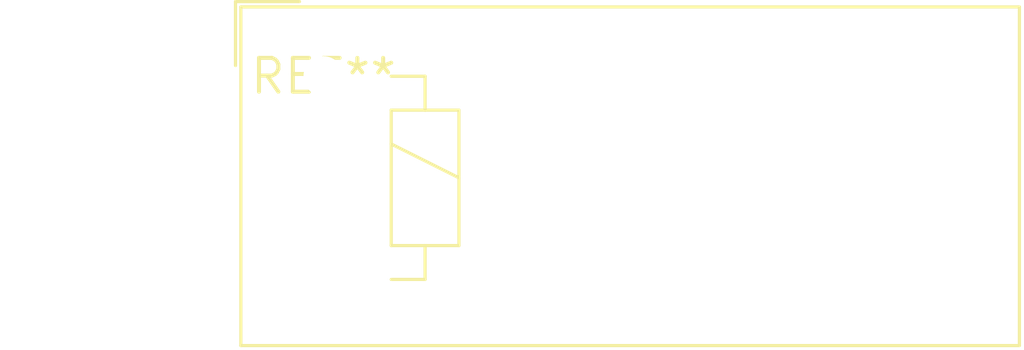
<source format=kicad_pcb>
(kicad_pcb (version 20240108) (generator pcbnew)
  (layers (0 "F.Cu" signal) (31 "B.Cu" signal) (34 "B.Paste" user) (35 "F.Paste" user) (36 "B.SilkS" user "B.Silkscreen") (37 "F.SilkS" user "F.Silkscreen") (38 "B.Mask" user) (39 "F.Mask" user) (44 "Edge.Cuts" user))
  (net 0 "")
  (footprint "Relay_SPDT_Finder_40.31" (layer "F.Cu") (at 0 0)
    (property "Reference" "REF**")
    (property "Value" "Relay_SPDT_Finder_40.31")
    (fp_line (start -3.3 -0.4) (end -3.3 -2.8) (layer "F.SilkS") (stroke (width 0.12)))
    (fp_line (start -3.1 -2.6) (end 26.1 -2.6) (layer "F.SilkS") (stroke (width 0.12)))
    (fp_line (start -3.1 10.1) (end -3.1 -2.6) (layer "F.SilkS") (stroke (width 0.12)))
    (fp_line (start -0.9 -2.8) (end -3.3 -2.8) (layer "F.SilkS") (stroke (width 0.12)))
    (fp_line (start 2.54 0) (end 3.81 0) (layer "F.SilkS") (stroke (width 0.12)))
    (fp_line (start 2.54 1.27) (end 3.81 1.27) (layer "F.SilkS") (stroke (width 0.12)))
    (fp_line (start 2.54 2.54) (end 5.08 3.81) (layer "F.SilkS") (stroke (width 0.12)))
    (fp_line (start 2.54 6.35) (end 2.54 1.27) (layer "F.SilkS") (stroke (width 0.12)))
    (fp_line (start 3.81 0) (end 3.81 1.27) (layer "F.SilkS") (stroke (width 0.12)))
    (fp_line (start 3.81 1.27) (end 5.08 1.27) (layer "F.SilkS") (stroke (width 0.12)))
    (fp_line (start 3.81 6.35) (end 3.81 7.62) (layer "F.SilkS") (stroke (width 0.12)))
    (fp_line (start 3.81 7.62) (end 2.54 7.62) (layer "F.SilkS") (stroke (width 0.12)))
    (fp_line (start 5.08 1.27) (end 5.08 6.35) (layer "F.SilkS") (stroke (width 0.12)))
    (fp_line (start 5.08 6.35) (end 2.54 6.35) (layer "F.SilkS") (stroke (width 0.12)))
    (fp_line (start 26.1 -2.6) (end 26.1 10.1) (layer "F.SilkS") (stroke (width 0.12)))
    (fp_line (start 26.1 10.1) (end -3.1 10.1) (layer "F.SilkS") (stroke (width 0.12)))
    (pad "11" thru_hole circle (at 20 0) (size 3 3) (drill 1.5) (layers *.Cu *.Mask) (remove_unused_layers))
    (pad "12" thru_hole circle (at 16.5 7.5) (size 3 3) (drill 1.5) (layers *.Cu *.Mask) (remove_unused_layers))
    (pad "14" thru_hole circle (at 23.5 7.5) (size 3 3) (drill 1.5) (layers *.Cu *.Mask) (remove_unused_layers))
    (pad "A1" thru_hole rect (at 0 0) (size 3 3) (drill 1.5) (layers *.Cu *.Mask) (remove_unused_layers))
    (pad "A2" thru_hole circle (at 0 7.5) (size 3 3) (drill 1.5) (layers *.Cu *.Mask) (remove_unused_layers))
  )
)
</source>
